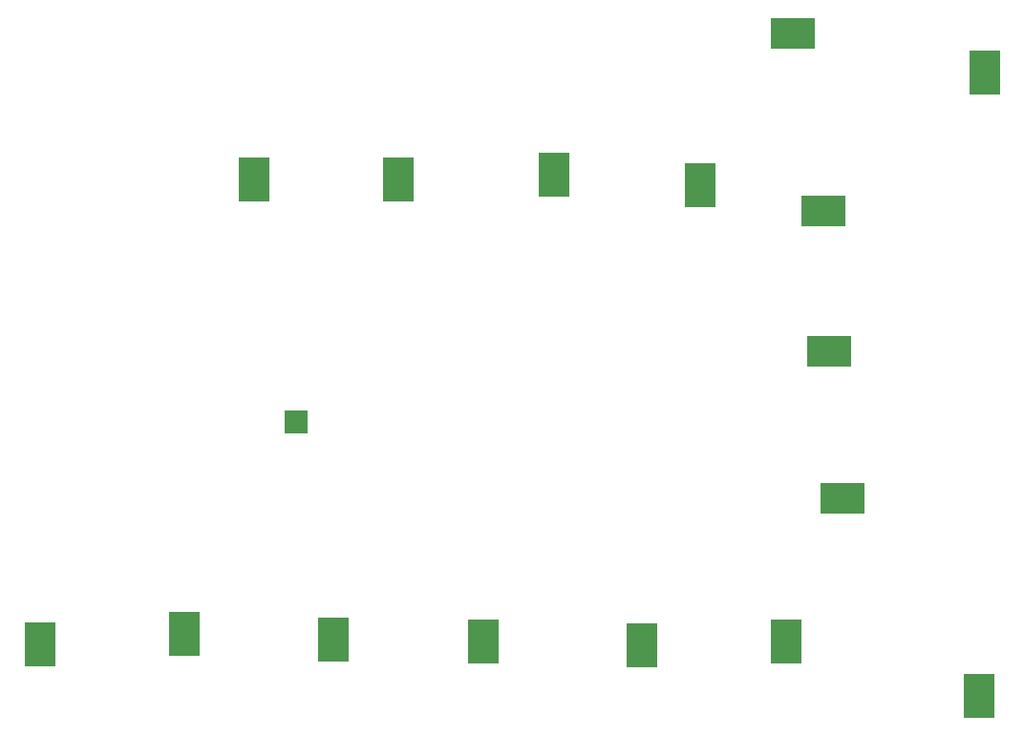
<source format=gbr>
G04 #@! TF.FileFunction,Paste,Bot*
%FSLAX46Y46*%
G04 Gerber Fmt 4.6, Leading zero omitted, Abs format (unit mm)*
G04 Created by KiCad (PCBNEW 4.0.7) date 11/21/18 10:10:23*
%MOMM*%
%LPD*%
G01*
G04 APERTURE LIST*
%ADD10C,0.050000*%
%ADD11R,2.400000X2.400000*%
%ADD12R,2.720000X4.000000*%
%ADD13R,4.000000X2.720000*%
%ADD14R,1.999488X1.999488*%
G04 APERTURE END LIST*
D10*
D11*
X152750000Y-75000000D03*
D12*
X152750000Y-75000000D03*
D11*
X113250000Y-74500000D03*
D12*
X113250000Y-74500000D03*
D11*
X139800000Y-74100000D03*
D12*
X139800000Y-74100000D03*
D11*
X126000000Y-74500000D03*
D12*
X126000000Y-74500000D03*
D11*
X164250000Y-89750000D03*
D13*
X164250000Y-89750000D03*
D11*
X163750000Y-77250000D03*
D13*
X163750000Y-77250000D03*
D11*
X178000000Y-65000000D03*
D12*
X178000000Y-65000000D03*
D11*
X161000000Y-61500000D03*
D13*
X161000000Y-61500000D03*
D11*
X147600000Y-115800000D03*
D12*
X147600000Y-115800000D03*
D11*
X160400000Y-115500000D03*
D12*
X160400000Y-115500000D03*
D11*
X177500000Y-120300000D03*
D12*
X177500000Y-120300000D03*
D11*
X165400000Y-102800000D03*
D13*
X165400000Y-102800000D03*
D11*
X107100000Y-114800000D03*
D12*
X107100000Y-114800000D03*
D11*
X120300000Y-115300000D03*
D12*
X120300000Y-115300000D03*
D11*
X133600000Y-115500000D03*
D12*
X133600000Y-115500000D03*
D14*
X117000000Y-96000000D03*
D11*
X94250000Y-115750000D03*
D12*
X94250000Y-115750000D03*
M02*

</source>
